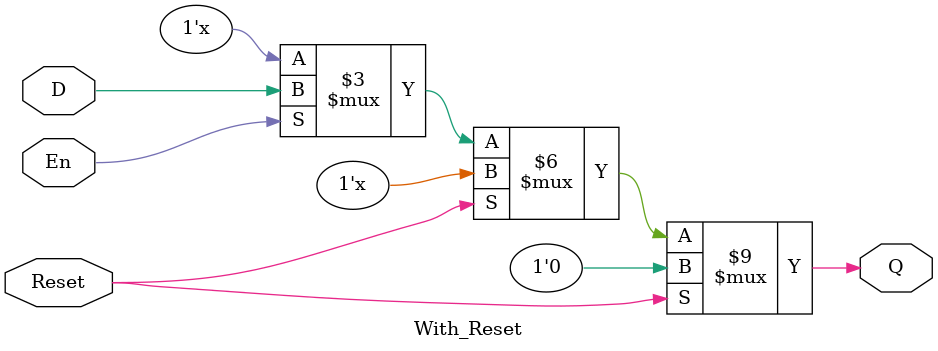
<source format=v>
`timescale 1ns / 1ps


module With_Reset(
    input En,
    input D,
    input Reset,
    output reg Q
    );
    
    always @(En,Q,Reset)
        if(Reset)
            Q = 1'b0;
        else if(En)
            Q = D;
    
endmodule

</source>
